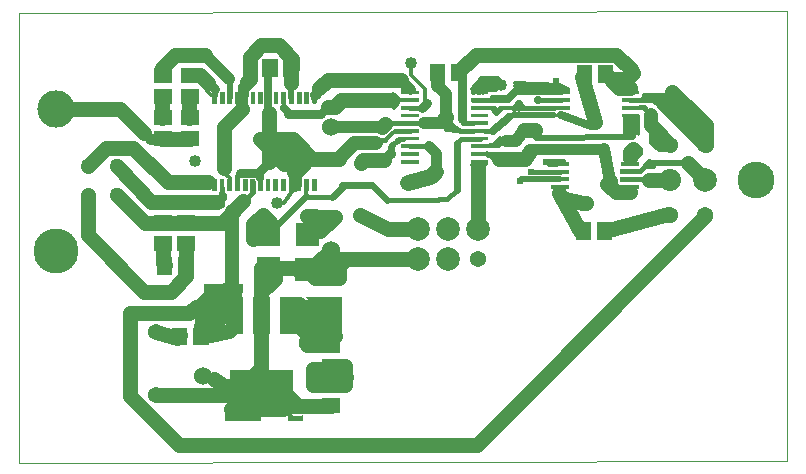
<source format=gbr>
G04 start of page 2 for group 0 idx 0 *
G04 Title: (unknown), component *
G04 Creator: pcb 20110918 *
G04 CreationDate: Fri Feb 24 18:32:27 2012 UTC *
G04 For: mldelibero *
G04 Format: Gerber/RS-274X *
G04 PCB-Dimensions: 600000 500000 *
G04 PCB-Coordinate-Origin: lower left *
%MOIN*%
%FSLAX25Y25*%
%LNTOP*%
%ADD58C,0.1181*%
%ADD57C,0.0472*%
%ADD56C,0.1181*%
%ADD55C,0.0393*%
%ADD54C,0.0118*%
%ADD53C,0.0315*%
%ADD52C,0.0236*%
%ADD51C,0.0472*%
%ADD50C,0.0240*%
%ADD49C,0.0290*%
%ADD48C,0.0550*%
%ADD47C,0.0600*%
%ADD46R,0.0180X0.0180*%
%ADD45R,0.0560X0.0560*%
%ADD44R,0.1220X0.1220*%
%ADD43R,0.0160X0.0160*%
%ADD42C,0.0160*%
%ADD41R,0.0780X0.0780*%
%ADD40R,0.0512X0.0512*%
%ADD39R,0.0130X0.0130*%
%ADD38C,0.1228*%
%ADD37C,0.0737*%
%ADD36C,0.0537*%
%ADD35C,0.0787*%
%ADD34C,0.0540*%
%ADD33C,0.1500*%
%ADD32C,0.1250*%
%ADD31C,0.0080*%
%ADD30C,0.0430*%
%ADD29C,0.0330*%
%ADD28C,0.0380*%
%ADD27C,0.0530*%
%ADD26C,0.0180*%
%ADD25C,0.0280*%
%ADD24C,0.0230*%
%ADD23C,0.0250*%
%ADD22C,0.0100*%
%ADD21C,0.0150*%
%ADD20C,0.0350*%
%ADD19C,0.0200*%
%ADD18C,0.0300*%
%ADD17C,0.0050*%
%ADD16C,0.0400*%
%ADD15C,0.0450*%
%ADD14C,0.0130*%
%ADD13C,0.0500*%
%ADD12C,0.0001*%
%ADD11C,0.0010*%
G54D11*X91000Y284000D02*X346800Y284500D01*
Y134500D02*X91000Y134000D01*
Y284000D01*
X346800Y284500D02*Y134500D01*
G54D12*G36*
X159600Y147900D02*Y153010D01*
X159613D01*
X159614Y152285D01*
X159669Y152055D01*
X159759Y151837D01*
X159883Y151636D01*
X160036Y151456D01*
X160216Y151303D01*
X160417Y151179D01*
X160635Y151089D01*
X160865Y151034D01*
X161100Y151020D01*
X171700Y151027D01*
Y147900D01*
X159600D01*
G37*
G36*
X191053Y172600D02*X190479D01*
X190577Y172838D01*
X190715Y173412D01*
X190750Y174000D01*
X190715Y174588D01*
X190577Y175162D01*
X190500Y175349D01*
Y176720D01*
X190468Y177269D01*
X190339Y177805D01*
X190128Y178314D01*
X189840Y178784D01*
X189483Y179203D01*
X189064Y179560D01*
X188594Y179848D01*
X188085Y180059D01*
X187549Y180188D01*
X187088Y180224D01*
X187328Y180616D01*
X187539Y181125D01*
X187668Y181661D01*
X187700Y182210D01*
Y184280D01*
X187839Y184615D01*
X187968Y185151D01*
X188011Y185700D01*
X187968Y186249D01*
X187839Y186785D01*
X187671Y187190D01*
X187668Y187249D01*
X187539Y187785D01*
X187328Y188294D01*
X187040Y188764D01*
X186683Y189183D01*
X186662Y189200D01*
X198700D01*
Y176309D01*
X198661Y176354D01*
X198542Y176457D01*
X198407Y176539D01*
X198262Y176599D01*
X198109Y176636D01*
X197952Y176645D01*
X191891Y176636D01*
X191738Y176599D01*
X191593Y176539D01*
X191458Y176457D01*
X191339Y176354D01*
X191236Y176235D01*
X191154Y176100D01*
X191094Y175955D01*
X191057Y175802D01*
X191048Y175645D01*
X191053Y172600D01*
G37*
G36*
X152500Y193600D02*X165400D01*
Y190620D01*
X159565Y190606D01*
X159335Y190551D01*
X159117Y190461D01*
X158916Y190337D01*
X158736Y190184D01*
X158583Y190004D01*
X158459Y189803D01*
X158369Y189585D01*
X158314Y189355D01*
X158300Y189120D01*
X158309Y181029D01*
X156363Y180612D01*
X156640Y180936D01*
X156928Y181406D01*
X157139Y181915D01*
X157268Y182451D01*
X157311Y183000D01*
X157268Y183549D01*
X157139Y184085D01*
X156928Y184594D01*
X156640Y185064D01*
X156283Y185483D01*
X155864Y185840D01*
X155394Y186128D01*
X154885Y186339D01*
X154349Y186468D01*
X153800Y186500D01*
X153471D01*
X153468Y186549D01*
X153339Y187085D01*
X153128Y187594D01*
X152840Y188064D01*
X152500Y188462D01*
Y193600D01*
G37*
G36*
X185500Y147800D02*X180400D01*
Y151033D01*
X180817Y151033D01*
X181325Y150525D01*
X181736Y150160D01*
X182206Y149872D01*
X182715Y149661D01*
X183251Y149532D01*
X183800Y149489D01*
X184349Y149532D01*
X184885Y149661D01*
X185394Y149872D01*
X185500Y149937D01*
Y147800D01*
G37*
G54D13*X171700Y186320D02*Y158620D01*
X180700Y183020D02*X187000Y176720D01*
Y174000D01*
X178180Y158620D02*X171700D01*
X181510Y182210D02*X185790D01*
X184500Y185700D02*X184200Y185400D01*
X171700Y185000D02*Y198650D01*
X162600Y179720D02*X160880Y178000D01*
G54D14*X162600Y183020D02*X164600Y185020D01*
Y191900D01*
G54D13*X171650Y198700D02*X183250D01*
X183350Y198600D01*
X176100Y198700D02*Y195200D01*
X171700Y190800D01*
X184700Y198700D02*X188700D01*
X188300D02*X193400D01*
X196600Y195500D02*X189700D01*
X186900Y198300D01*
X197700Y195500D02*Y199900D01*
X185790Y182210D02*X191900Y176100D01*
X191700Y185700D02*X184500D01*
X184200Y182210D02*Y186700D01*
X136570Y156510D02*X171700D01*
X159900Y159600D02*X159300D01*
X155900Y161800D01*
X165800Y159600D02*X160600D01*
X128000Y183710D02*Y156312D01*
X195000Y173086D02*X187000D01*
X195000Y166000D02*Y160086D01*
Y165200D02*X189800D01*
X195000Y159900D02*X189900D01*
X171700Y165500D02*X165800Y159600D01*
X195000Y153000D02*X177320D01*
X171700Y158620D01*
X183800Y153000D02*X178180Y158620D01*
X191900Y176100D02*X196100D01*
X128000Y156312D02*X144312Y140000D01*
X243461D01*
X161400Y151800D02*X178900D01*
X188800Y165200D02*Y159900D01*
Y162500D02*X199900D01*
X195000Y166200D02*X199600D01*
Y159800D01*
X195000D01*
X160880Y178000D02*X151543Y176000D01*
X159500Y184000D02*X155300Y179800D01*
X144457Y176393D02*X143574Y175510D01*
X136570Y177510D01*
X141418Y191000D02*X146543Y196125D01*
X146500Y196168D01*
X150000Y186000D02*X147710Y183710D01*
X159500Y191600D02*Y184000D01*
X151543Y176393D02*X152043Y183957D01*
X150000Y186000D01*
X152099Y184800D02*Y187099D01*
X154300Y189300D01*
X152099Y183000D02*X153800D01*
X155800Y185000D01*
X171700Y198650D02*X171650Y198700D01*
G54D14*X174000Y210000D02*Y211500D01*
Y211600D02*X174100D01*
G54D13*X169000Y213400D02*Y208400D01*
G54D15*X162000Y186320D02*Y217980D01*
G54D13*X147607Y263086D02*X151375D01*
X138607D02*Y265607D01*
X143000Y270000D01*
X152946D01*
G54D16*X161000Y261946D01*
G54D17*X161150Y261796D01*
G54D13*X151375Y263086D02*X154000Y260461D01*
G54D18*X156050Y258411D02*X154230Y260230D01*
G54D19*X161150Y261796D02*Y255560D01*
G54D14*X155000Y256510D02*X153570Y257940D01*
G54D13*X123550Y232990D02*X135040Y221000D01*
X113750Y232990D02*X119760Y239000D01*
X129000D01*
X123550Y223190D02*X132740Y214000D01*
X113750Y223190D02*Y209798D01*
X132548Y191000D01*
X141418D01*
X139457Y199893D02*X139000Y200350D01*
Y206914D01*
X146500Y196168D02*Y206957D01*
X147710Y183710D02*X128000D01*
X103050Y251790D02*X124594D01*
X135040Y221000D02*X157000D01*
X129000Y239000D02*X140500Y227500D01*
X154000D01*
X138607Y241914D02*X148000D01*
G54D20*X134470D02*X139086D01*
G54D13*X132740Y214000D02*X158540D01*
X159160Y232150D02*Y245690D01*
X165180Y251710D01*
G54D14*X163750Y255560D02*Y251120D01*
X166000Y256220D02*Y251535D01*
X166250Y255560D02*Y251825D01*
X164820Y257020D02*Y252610D01*
G54D21*X156050Y256660D02*Y258411D01*
G54D13*X138607Y256000D02*Y249000D01*
X147607Y256000D02*Y249000D01*
X124594Y251790D02*X132540Y243844D01*
G54D22*X132692Y243692D02*X134470Y241914D01*
G54D14*X155200Y256510D02*X155000D01*
G54D13*X158540Y214000D02*X165600Y221060D01*
X172100Y216500D02*X169000Y213400D01*
G54D19*X168750Y227560D02*Y224139D01*
G54D21*X163650Y227560D02*Y229650D01*
G54D14*X161050Y227560D02*Y228993D01*
X159043Y231000D01*
G54D21*X163650Y229650D02*X164500Y230500D01*
G54D18*X170500D02*X173950Y233950D01*
G54D13*X174185Y234185D02*Y250400D01*
G54D18*X164500Y230500D02*X170000D01*
G54D23*X171350Y229150D01*
Y228775D01*
G54D22*X158550Y227560D02*X157550Y221000D01*
G54D21*X168750Y224139D02*X165892Y221281D01*
X158500Y225500D02*Y220000D01*
G54D14*X159400Y221880D02*Y223110D01*
X158600Y223910D01*
G54D21*X181586Y265893D02*X181650Y265829D01*
X174500Y265893D02*X173950Y265343D01*
G54D23*Y255560D01*
G54D21*X181586Y265500D02*Y267414D01*
G54D13*X182020Y265459D02*Y268441D01*
X177421Y273040D01*
X181586Y264750D02*X181650Y264686D01*
X177421Y273040D02*X171579D01*
X167750Y269211D01*
Y261695D01*
X166898Y260842D01*
G54D21*X166000Y255810D02*X166250Y255560D01*
G54D24*Y256660D02*Y258170D01*
G54D22*Y255560D02*X161050Y250360D01*
G54D25*X173950Y254850D02*Y251310D01*
G54D26*X166250Y258170D02*X167750Y259670D01*
G54D14*X164820Y257000D02*X165563Y257743D01*
Y259507D01*
X164820Y257280D02*X164470Y257630D01*
Y259590D01*
G54D13*X181650Y264686D02*Y260450D01*
G54D18*X191400Y250020D02*X180420D01*
G54D25*X179050Y252260D02*X181290Y250020D01*
G54D23*X189350Y256660D02*X190044Y257354D01*
G54D19*X181650Y265829D02*Y255560D01*
G54D14*X179050D02*Y252260D01*
X190570Y258290D02*X189350Y257070D01*
G54D24*Y255560D01*
G54D14*X190750Y255810D02*X190700D01*
G54D13*X188700Y198700D02*X195000Y205000D01*
X194500Y204500D02*X197000Y202000D01*
X187000Y211100D02*X191300D01*
X193400Y198700D02*X196700Y202000D01*
X197700Y199900D02*X199800Y202000D01*
G54D14*X187000Y210000D02*Y216100D01*
G54D13*X189500D02*X190600Y215000D01*
X191300Y211100D02*X196100Y215900D01*
X188000D01*
X187800Y216100D01*
G54D15*X202660Y240500D02*X197410Y235250D01*
G54D13*X187340D01*
G54D14*X181550Y226460D02*Y224370D01*
X179300Y220600D02*X182900Y225900D01*
X186650Y222700D02*Y225886D01*
G54D26*Y222350D02*X195350D01*
G54D24*X199000Y226000D01*
G54D14*X197800Y225600D02*X198200Y226000D01*
G54D24*X198550Y226350D02*X208650D01*
X213600Y221400D01*
G54D27*X220500Y227200D02*X228300Y229100D01*
X229900Y230700D01*
G54D24*X236800Y224900D02*Y240400D01*
G54D28*X229900Y230700D02*Y237300D01*
G54D29*X227700Y239500D01*
G54D26*X221235D01*
G54D14*X221177Y239442D01*
G54D13*X183090Y231000D02*X182600D01*
G54D30*X182900Y231030D02*Y226500D01*
G54D14*X176900Y220600D02*X179300D01*
G54D24*X174000Y210050D02*X186650Y222700D01*
G54D13*X174525Y210575D02*Y214075D01*
X172100Y216500D01*
X187340Y235250D02*X183090Y231000D01*
G54D14*X177100Y238200D02*X174185D01*
G54D13*X171400Y241700D02*X182150D01*
X188600Y235250D01*
X185745Y233655D02*X179145D01*
X177600Y241700D02*X183000Y236300D01*
X179145Y233655D02*X171100Y241700D01*
X177600D01*
X187000Y216100D02*X189500D01*
G54D21*X214000Y212000D02*X204200Y216600D01*
G54D13*X223800Y212000D02*X214000D01*
X204450Y216350D01*
X197000Y202000D02*X224000D01*
G54D21*Y212000D02*X214000D01*
G54D26*X213600Y221400D02*X230600D01*
G54D14*X231000Y221800D01*
G54D26*X233700D01*
X236800Y224900D01*
G54D16*X195000Y246000D02*X212000D01*
G54D21*X212118Y247118D02*X211000Y246000D01*
G54D13*X212000D02*X213000Y247000D01*
G54D26*X213040Y241400D02*X210810D01*
G54D14*X209980Y240570D01*
G54D15*X209910Y240500D01*
X202660D01*
G54D21*X219882Y247118D02*X212118D01*
G54D14*X221132Y254750D02*X214340D01*
X216200D02*X217100Y253850D01*
X217225Y253725D02*X215800Y252300D01*
G54D13*X218270Y261510D02*X193790D01*
X190980Y258700D01*
X214340Y254750D02*X198360D01*
X196210Y252600D01*
X193980D01*
G54D23*X191400Y250020D01*
G54D14*X190840Y255900D02*X190750Y255810D01*
X216300Y254750D02*X217000Y255450D01*
X221600Y267200D02*Y263100D01*
X217075Y255525D02*X215700Y256900D01*
X221600Y263100D02*X226200Y258500D01*
Y254600D01*
X226900Y253900D01*
G54D21*X218874Y242001D02*X217662D01*
X214500Y239200D02*X215028D01*
G54D19*X215913Y240085D01*
G54D24*X214964Y239136D02*Y236764D01*
G54D19*X217462Y241601D02*X216847Y240986D01*
G54D26*X221177Y244560D02*X216200D01*
G54D14*X213040Y241400D01*
G54D29*X214964Y236764D02*X212600Y234700D01*
G54D13*X205700D01*
X205000Y234000D01*
G54D14*X243800Y257200D02*Y257600D01*
X244700Y262000D02*Y261400D01*
X241800Y258500D01*
G54D26*X236800Y240400D02*X238100Y241700D01*
X244104D01*
G54D14*X244405Y242001D01*
G54D13*X291233Y224233D02*X294500D01*
X290733D02*X289767D01*
X287000Y227000D01*
G54D21*X300405Y228412D02*X294500D01*
G54D22*X292197Y230941D02*X297941D01*
G54D13*X319705Y228185D02*X313890Y234000D01*
X286086Y211300D02*X307268Y217000D01*
X307894Y216374D01*
G54D21*X297841Y231341D02*X300900Y234400D01*
G54D19*X313890Y234000D02*X301000D01*
G54D13*X307894Y228185D02*X300842D01*
G54D14*X294500Y233500D02*X294700D01*
X302500Y232600D02*X300400D01*
X300000Y233000D01*
G54D13*X243461Y140000D02*X319705Y216244D01*
X244000Y212000D02*Y232000D01*
G54D14*X245800Y233100D02*X245600Y233300D01*
X242000D01*
X267600Y233400D02*X272900D01*
X245600Y232400D02*X246700Y233500D01*
Y234000D01*
X245800Y233100D01*
X248100Y235900D02*X248600Y235400D01*
X249000D01*
X247100Y236600D02*X248900D01*
G54D13*X259500Y235100D02*X250900D01*
G54D14*X270200Y233200D02*X267500D01*
X270100Y234100D02*X269900Y234300D01*
X266900Y234400D02*X272700D01*
X267500Y233200D02*X266500Y234200D01*
X269900Y234300D02*X266800D01*
X266900Y234400D01*
X266700Y234300D02*X267600Y233400D01*
G54D21*X242102Y247118D02*X238882D01*
X242102Y244560D02*X237904D01*
X232000Y249000D01*
G54D14*X235767Y245533D02*X233200Y244800D01*
X237600Y244560D01*
X235767Y245333D01*
G54D31*Y246167D01*
G54D21*X218874Y247118D02*X225568D01*
G54D18*X227000Y254000D02*X225236Y252236D01*
G54D21*X221177D01*
G54D13*X237543Y264393D02*X243150Y270000D01*
G54D14*X221177Y254795D02*X221132Y254750D01*
X221177Y257354D02*Y258603D01*
G54D28*X218270Y261510D01*
G54D14*X219160D02*X219560Y261110D01*
G54D25*Y258140D01*
G54D14*X219700Y258280D01*
X220480D01*
G54D16*X225982Y247118D02*X233484D01*
G54D13*X232514Y248614D02*X233100Y249200D01*
G54D16*Y256800D01*
X230457Y259443D01*
G54D15*Y264000D01*
G54D18*X238643Y248457D02*Y264000D01*
G54D21*X242102Y254795D02*X253795D01*
G54D14*X248900Y255600D02*X253300D01*
Y255900D01*
X248900D01*
X248700Y255700D01*
X255500Y249500D02*X254500D01*
X246100Y252100D02*X249100D01*
X251300Y252300D02*X256500D01*
G54D24*X249100Y251800D02*X250000Y250900D01*
G54D26*X250100Y250800D02*X251400Y252100D01*
G54D14*X256000Y252000D02*X255700Y252300D01*
G54D20*X286021Y238369D02*X262521D01*
G54D19*X295521Y242469D02*X263121Y242269D01*
G54D21*X271272Y230941D02*X271213Y231000D01*
X261500D01*
X261250Y231250D01*
X258000Y228000D02*X258383Y228383D01*
G54D19*X271272D01*
G54D13*X261100Y237800D02*X259500Y235100D01*
X262800Y245000D02*X262600Y244800D01*
G54D16*X259100Y244700D02*X256700Y241100D01*
X253100D01*
G54D14*X251000Y239500D02*X252300Y240800D01*
X249300Y240200D02*X251300Y242200D01*
Y240900D01*
X250600Y240200D01*
X246100Y239500D02*X251000D01*
X248000Y240000D02*X249700D01*
X246800Y237100D02*X246900Y237000D01*
G54D26*X246800Y236900D02*X247100Y236600D01*
G54D14*X246900Y237000D02*X250300D01*
G54D21*X256500Y257400D02*X256635Y257365D01*
X271465Y257565D01*
X263806Y254894D02*X264000Y254700D01*
X271465Y254806D01*
X270000Y259500D02*Y257465D01*
G54D14*X257000Y258700D02*X269700Y258800D01*
X269800Y258900D01*
G54D19*X269162Y249689D02*X255689D01*
X257400Y253500D02*Y251748D01*
G54D24*X255900Y252100D02*X257400Y253600D01*
G54D13*X278500Y262629D02*X279371Y263500D01*
X243150Y270000D02*X290000D01*
G54D14*X245000Y261100D02*X251200D01*
X244900Y262100D02*X250700D01*
X252000Y260800D01*
X256300Y259400D02*X271700Y258900D01*
X256100Y260500D02*X271100Y260000D01*
X271700Y258900D02*X273800Y257900D01*
X272400Y258200D02*X270500Y258300D01*
X271100Y260000D02*X273800Y258400D01*
X251200Y261300D02*X251800Y260700D01*
X251200Y261100D02*X251900Y260400D01*
G54D21*X242102Y257354D02*X244948Y260200D01*
G54D14*X243800Y257600D02*X245500Y259300D01*
X244500Y257200D02*X245700Y258400D01*
G54D21*X244948Y260200D02*X251700D01*
G54D14*X245500Y259300D02*X250200D01*
X245700Y258400D02*X250100D01*
X250200Y258500D01*
X246500Y258300D02*X245500Y257300D01*
G54D21*X244404Y242000D02*X244405Y242001D01*
G54D26*X246100Y244500D02*X248900D01*
G54D13*X261900Y244700D02*X259100D01*
G54D26*X269100Y252200D02*X260000D01*
G54D25*X254100Y249300D02*X250500Y245700D01*
X248900Y244500D02*X250200Y245800D01*
G54D14*X260100Y251900D02*X257400Y253500D01*
X259900Y252000D02*X256000D01*
G54D23*X253795Y255295D02*X256500Y257900D01*
G54D14*X250200Y258500D02*X250000Y258300D01*
X246500D01*
G54D22*X297221Y243469D02*Y249689D01*
X296221Y243469D02*Y249469D01*
G54D13*X295500Y238500D02*X294500Y237500D01*
Y235500D01*
G54D14*X294700Y233500D02*X298200Y237000D01*
Y238400D01*
X296800Y239800D01*
G54D21*X304895Y254806D02*X294693D01*
G54D22*X292390Y252248D02*X298752D01*
G54D14*X303000Y253800D02*X302200Y254600D01*
X299400Y252500D02*X297900D01*
X298900Y255600D02*X305900D01*
X305800Y256500D02*X306700Y255600D01*
X299200Y256500D02*X305800D01*
X304100Y238100D02*X301595Y240605D01*
Y246295D01*
X302600Y245290D01*
Y241200D01*
X305600Y238200D01*
Y238100D01*
G54D22*X295221Y243469D02*Y249689D01*
X294221Y243469D02*Y249689D01*
X293221Y243469D02*Y249689D01*
X292390D02*Y243469D01*
G54D13*X287000Y227000D02*X287721Y227721D01*
X279000Y211300D02*X278000D01*
X280000Y220500D02*X279000D01*
X278000Y211300D02*X271000Y224000D01*
X279000Y220500D02*X273000Y222000D01*
G54D16*X287721Y227721D02*X286021Y238369D01*
G54D13*X282900Y247600D02*X278500Y262629D01*
G54D21*X281589Y246289D02*X282900Y247600D01*
G54D23*X271465Y249689D02*X281589Y246289D01*
G54D13*X286457Y263500D02*X291001Y258956D01*
X294693D01*
X295500Y264000D02*X293228Y261728D01*
X288228D01*
X290000Y270000D02*X294750Y265250D01*
Y263250D01*
X319705Y239996D02*X305701Y254000D01*
X307894Y239996D02*X301500Y246390D01*
G54D15*Y249716D01*
G54D22*X298752Y252248D02*X301500Y249500D01*
G54D14*X305900Y255600D02*X306000Y255700D01*
X300300Y251600D02*X299400Y252500D01*
G54D13*X319750Y239950D02*Y246350D01*
X308600Y257500D01*
G54D14*X308395Y239495D02*X307000Y238100D01*
X304100D01*
G54D13*X123550Y223190D03*
Y232990D03*
X113750D03*
G54D15*Y223190D03*
G54D32*X103050Y251790D03*
G54D33*Y204390D03*
G54D34*X136570Y156510D03*
Y177510D03*
G54D35*X224000Y212000D03*
Y202000D03*
X234000Y212000D03*
Y202000D03*
G54D36*X244000D03*
G54D35*Y212000D03*
G54D36*X307894Y216374D03*
G54D37*Y228185D03*
G54D36*Y239996D03*
X319705Y216374D03*
Y239996D03*
G54D35*Y228185D03*
G54D38*X336713D03*
G54D39*X218874Y257354D02*X223480D01*
X218874Y254795D02*X223480D01*
X218874Y252236D02*X223480D01*
X218874Y249677D02*X223480D01*
X218874Y247118D02*X223480D01*
X218874Y244560D02*X223480D01*
X218874Y242001D02*X223480D01*
X218874Y239442D02*X223480D01*
X218874Y236883D02*X223480D01*
X218874Y234324D02*X223480D01*
X242102D02*X246708D01*
X242102Y236883D02*X246708D01*
X242102Y239442D02*X246708D01*
X242102Y242001D02*X246708D01*
X242102Y244560D02*X246708D01*
X242102Y247118D02*X246708D01*
X242102Y249677D02*X246708D01*
X242102Y252236D02*X246708D01*
X242102Y254795D02*X246708D01*
X242102Y257354D02*X246708D01*
X292390Y249689D02*X296996D01*
X292390Y252248D02*X296996D01*
X292390Y254806D02*X296996D01*
X292390Y257365D02*X296996D01*
X269162D02*X273768D01*
X269162Y254806D02*X273768D01*
X269162Y252248D02*X273768D01*
X269162Y249689D02*X273768D01*
G54D40*X146107Y206957D02*X146893D01*
X146107Y214043D02*X146893D01*
X138607Y206914D02*X139393D01*
X138607Y214000D02*X139393D01*
G54D41*X187000Y210050D02*Y209950D01*
X174000Y210050D02*Y209950D01*
G54D40*X174500Y265893D02*Y265107D01*
X181586Y265893D02*Y265107D01*
G54D42*X189350Y256660D02*Y254460D01*
G54D43*X186750Y256660D02*Y254460D01*
X184250Y256660D02*Y254460D01*
X181650Y256660D02*Y254460D01*
X179050Y256660D02*Y254460D01*
X176550Y256660D02*Y254460D01*
X173950Y256660D02*Y254460D01*
X171450Y256660D02*Y254460D01*
X168850Y256660D02*Y254460D01*
X166250Y256660D02*Y254460D01*
G54D40*X237543Y264393D02*Y263607D01*
X230457Y264393D02*Y263607D01*
X286457Y263893D02*Y263107D01*
X279371Y263893D02*Y263107D01*
G54D43*X155950Y227560D02*Y225360D01*
G54D40*X138607Y241914D02*X139393D01*
X138607Y249000D02*X139393D01*
X147607Y241914D02*X148393D01*
X147607Y249000D02*X148393D01*
G54D43*X158550Y227560D02*Y225360D01*
X161050Y227560D02*Y225360D01*
X163650Y227560D02*Y225360D01*
G54D40*X144457Y176393D02*Y175607D01*
X146543Y199893D02*Y199107D01*
X139457Y199893D02*Y199107D01*
X151543Y176393D02*Y175607D01*
G54D43*X166250Y227560D02*Y225360D01*
X168750Y227560D02*Y225360D01*
X171350Y227560D02*Y225360D01*
X173850Y227560D02*Y225360D01*
X176450Y227560D02*Y225360D01*
X179050Y227560D02*Y225360D01*
X181550Y227560D02*Y225360D01*
X184150Y227560D02*Y225360D01*
X186650Y227560D02*Y225360D01*
X189250Y227560D02*Y225360D01*
G54D41*X186900Y198350D02*Y198250D01*
X174000Y198450D02*Y198350D01*
G54D40*X194607Y160086D02*X195393D01*
X194607Y166000D02*X195393D01*
X194607Y153000D02*X195393D01*
G54D44*X167200Y158620D02*X176200D01*
G54D40*X194607Y173086D02*X195393D01*
G54D45*X180700Y186320D02*Y179720D01*
X171700Y186320D02*Y179720D01*
X162600Y186320D02*Y179720D01*
G54D43*X163750Y256660D02*Y254460D01*
X161150Y256660D02*Y254460D01*
X158650Y256660D02*Y254460D01*
X156050Y256660D02*Y254460D01*
G54D40*X147607Y256000D02*X148393D01*
X147607Y263086D02*X148393D01*
X138607Y256000D02*X139393D01*
X138607Y263086D02*X139393D01*
X286086Y211693D02*Y210907D01*
X279000Y211693D02*Y210907D01*
G54D39*X292197Y225824D02*X296803D01*
X268969D02*X273575D01*
G54D46*X292197Y228383D02*X296803D01*
G54D39*X268969D02*X273575D01*
G54D46*X292197Y230941D02*X296803D01*
G54D39*X292197Y233500D02*X296803D01*
X268969D02*X273575D01*
X268969Y230941D02*X273575D01*
G54D47*X152300Y162900D03*
G54D48*X187000Y174000D03*
G54D47*X195000Y205000D03*
G54D16*X204200Y216600D03*
X205000Y234000D03*
X187000Y216100D03*
G54D47*X195000Y246000D03*
G54D16*X176900Y220600D03*
X149400Y234400D03*
X251500Y260000D03*
G54D49*X263806Y254894D03*
X257400Y253500D03*
G54D50*X261500Y231000D03*
X258000Y228000D03*
X266700Y234300D03*
G54D18*X295500Y238500D03*
X313900Y233500D03*
G54D16*X282900Y247600D03*
X280000Y220500D03*
G54D18*X295500Y264000D03*
G54D50*X270000Y261200D03*
G54D18*X308600Y257500D03*
G54D16*X221600Y267200D03*
X220500Y227200D03*
G54D51*G54D52*G54D51*G54D52*G54D53*G54D54*G54D52*G54D54*G54D52*G54D55*G54D56*G54D13*G54D57*G54D58*M02*

</source>
